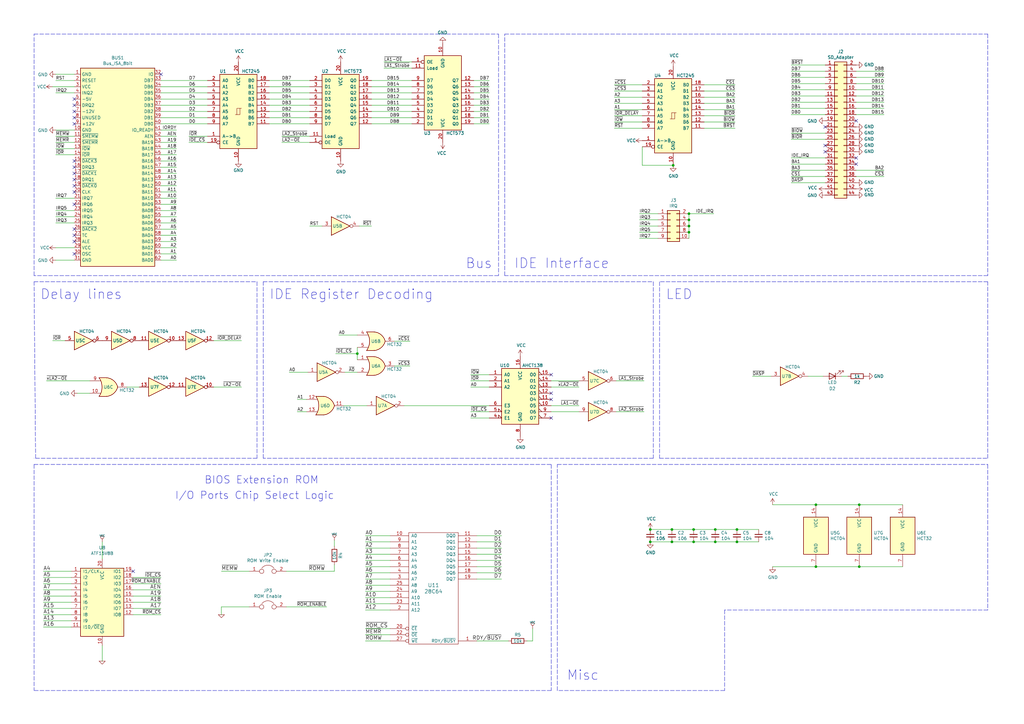
<source format=kicad_sch>
(kicad_sch (version 20211123) (generator eeschema)
  (paper "A3")
  (title_block (title "Micro XTSD") (date "2022-01-09") (rev "1.0") (company "Aitor Gómez García (spark2k06)") (comment 3 "https://github.com/monotech/XT-IDE-Deluxe") (comment 4 "Based on Monotech PCs XT-IDE Deluxe"))
  (junction (at 284.48 222.25))
  (junction (at 282.575 87.63))
  (junction (at 352.425 232.41))
  (junction (at 275.59 217.17))
  (junction (at 302.26 222.25))
  (junction (at 282.575 90.17))
  (junction (at 146.558 145.034))
  (junction (at 334.645 232.41))
  (junction (at 282.575 95.25))
  (junction (at 293.37 217.17))
  (junction (at 302.26 217.17))
  (junction (at 282.575 92.71))
  (junction (at 266.7 222.25))
  (junction (at 275.59 222.25))
  (junction (at 276.098 67.818))
  (junction (at 352.425 207.01))
  (junction (at 284.48 217.17))
  (junction (at 266.7 217.17))
  (junction (at 293.37 222.25))
  (junction (at 334.645 207.01))
  (no_connect (at 30.48 43.18))
  (no_connect (at 226.06 153.67))
  (no_connect (at 30.48 68.58))
  (no_connect (at 30.48 50.8))
  (no_connect (at 30.48 48.26))
  (no_connect (at 30.48 71.12))
  (no_connect (at 54.61 234.315))
  (no_connect (at 226.06 161.29))
  (no_connect (at 226.06 171.45))
  (no_connect (at 66.04 30.48))
  (no_connect (at 30.48 78.74))
  (no_connect (at 351.155 49.53))
  (no_connect (at 338.455 52.07))
  (no_connect (at 30.48 40.64))
  (no_connect (at 30.48 66.04))
  (no_connect (at 226.06 163.83))
  (no_connect (at 351.155 67.31))
  (no_connect (at 338.455 59.69))
  (no_connect (at 338.455 62.23))
  (no_connect (at 30.48 73.66))
  (no_connect (at 30.48 99.06))
  (no_connect (at 30.48 104.14))
  (no_connect (at 30.48 76.2))
  (no_connect (at 30.48 45.72))
  (no_connect (at 30.48 93.98))
  (no_connect (at 30.48 96.52))
  (no_connect (at 30.48 83.82))
  (no_connect (at 351.155 64.77))
  (wire (pts (xy 324.485 69.85) (xy 338.455 69.85)))
  (wire (pts (xy 29.21 236.855) (xy 17.78 236.855)))
  (wire (pts (xy 338.455 26.67) (xy 324.485 26.67)))
  (wire (pts (xy 324.485 72.39) (xy 338.455 72.39)))
  (wire (pts (xy 282.575 97.79) (xy 282.575 95.25)))
  (polyline (pts (xy 186.69 187.96) (xy 107.95 187.96)))
  (wire (pts (xy 195.58 222.25) (xy 205.74 222.25)))
  (wire (pts (xy 351.155 69.85) (xy 362.585 69.85)))
  (wire (pts (xy 195.58 227.33) (xy 205.74 227.33)))
  (polyline (pts (xy 14.605 187.96) (xy 13.97 115.57)))
  (wire (pts (xy 99.06 158.75) (xy 87.63 158.75)))
  (wire (pts (xy 54.61 239.395) (xy 66.04 239.395)))
  (wire (pts (xy 168.91 27.94) (xy 157.48 27.94)))
  (polyline (pts (xy 105.41 115.57) (xy 105.41 187.96)))
  (wire (pts (xy 200.66 168.91) (xy 193.04 168.91)))
  (wire (pts (xy 29.21 241.935) (xy 17.78 241.935)))
  (wire (pts (xy 316.865 232.41) (xy 334.645 232.41)))
  (wire (pts (xy 331.47 154.305) (xy 337.566 154.305)))
  (wire (pts (xy 288.798 42.418) (xy 301.498 42.418)))
  (wire (pts (xy 146.558 145.034) (xy 137.668 145.034)))
  (wire (pts (xy 288.798 52.578) (xy 301.498 52.578)))
  (wire (pts (xy 160.02 222.25) (xy 149.86 222.25)))
  (wire (pts (xy 110.49 38.1) (xy 127 38.1)))
  (polyline (pts (xy 13.97 113.03) (xy 13.97 13.97)))
  (polyline (pts (xy 107.95 187.96) (xy 107.95 115.57)))
  (wire (pts (xy 160.02 229.87) (xy 149.86 229.87)))
  (wire (pts (xy 30.48 91.44) (xy 22.86 91.44)))
  (wire (pts (xy 200.66 171.45) (xy 193.04 171.45)))
  (wire (pts (xy 262.255 97.79) (xy 269.875 97.79)))
  (wire (pts (xy 160.02 227.33) (xy 149.86 227.33)))
  (wire (pts (xy 338.455 67.31) (xy 324.485 67.31)))
  (wire (pts (xy 352.425 207.01) (xy 370.205 207.01)))
  (wire (pts (xy 160.02 262.89) (xy 149.86 262.89)))
  (wire (pts (xy 29.21 247.015) (xy 17.78 247.015)))
  (wire (pts (xy 168.91 48.26) (xy 152.4 48.26)))
  (polyline (pts (xy 13.97 115.57) (xy 105.41 115.57)))
  (wire (pts (xy 54.61 244.475) (xy 66.04 244.475)))
  (wire (pts (xy 66.04 91.44) (xy 72.39 91.44)))
  (wire (pts (xy 362.585 72.39) (xy 351.155 72.39)))
  (wire (pts (xy 160.02 257.81) (xy 149.86 257.81)))
  (wire (pts (xy 85.09 43.18) (xy 66.04 43.18)))
  (wire (pts (xy 288.798 39.878) (xy 301.498 39.878)))
  (wire (pts (xy 160.02 260.35) (xy 149.86 260.35)))
  (wire (pts (xy 110.49 50.8) (xy 127 50.8)))
  (wire (pts (xy 251.968 39.878) (xy 263.398 39.878)))
  (wire (pts (xy 194.31 33.02) (xy 200.66 33.02)))
  (wire (pts (xy 22.86 53.34) (xy 30.48 53.34)))
  (wire (pts (xy 140.97 166.37) (xy 150.495 166.37)))
  (wire (pts (xy 345.186 154.305) (xy 347.726 154.305)))
  (wire (pts (xy 30.48 58.42) (xy 22.86 58.42)))
  (wire (pts (xy 66.04 76.2) (xy 72.39 76.2)))
  (wire (pts (xy 362.585 46.99) (xy 351.155 46.99)))
  (wire (pts (xy 110.49 35.56) (xy 127 35.56)))
  (polyline (pts (xy 405.13 115.57) (xy 270.51 115.57)))
  (wire (pts (xy 288.798 47.498) (xy 301.498 47.498)))
  (wire (pts (xy 66.04 50.8) (xy 85.09 50.8)))
  (wire (pts (xy 362.585 34.29) (xy 351.155 34.29)))
  (wire (pts (xy 218.44 262.89) (xy 218.44 257.81)))
  (wire (pts (xy 127 58.42) (xy 115.57 58.42)))
  (wire (pts (xy 66.04 63.5) (xy 72.39 63.5)))
  (wire (pts (xy 226.06 168.91) (xy 237.49 168.91)))
  (wire (pts (xy 30.48 88.9) (xy 22.86 88.9)))
  (wire (pts (xy 301.498 34.798) (xy 288.798 34.798)))
  (wire (pts (xy 30.48 86.36) (xy 22.86 86.36)))
  (wire (pts (xy 125.73 168.91) (xy 121.92 168.91)))
  (wire (pts (xy 282.575 92.71) (xy 282.575 90.17)))
  (polyline (pts (xy 297.18 283.21) (xy 228.6 283.21)))
  (wire (pts (xy 168.91 43.18) (xy 152.4 43.18)))
  (polyline (pts (xy 267.97 115.57) (xy 267.97 187.96)))
  (wire (pts (xy 160.02 224.79) (xy 149.86 224.79)))
  (wire (pts (xy 284.48 217.17) (xy 293.37 217.17)))
  (wire (pts (xy 146.558 147.574) (xy 146.558 145.034)))
  (wire (pts (xy 66.04 68.58) (xy 72.39 68.58)))
  (wire (pts (xy 168.91 25.4) (xy 157.48 25.4)))
  (wire (pts (xy 302.26 217.17) (xy 311.15 217.17)))
  (wire (pts (xy 334.645 232.41) (xy 352.425 232.41)))
  (wire (pts (xy 288.798 50.038) (xy 301.498 50.038)))
  (wire (pts (xy 117.475 248.92) (xy 133.985 248.92)))
  (wire (pts (xy 30.48 30.48) (xy 22.86 30.48)))
  (wire (pts (xy 165.735 166.37) (xy 200.66 166.37)))
  (wire (pts (xy 352.425 232.41) (xy 370.205 232.41)))
  (wire (pts (xy 66.04 101.6) (xy 72.39 101.6)))
  (wire (pts (xy 161.798 150.114) (xy 168.148 150.114)))
  (wire (pts (xy 161.798 139.954) (xy 168.148 139.954)))
  (wire (pts (xy 324.485 36.83) (xy 338.455 36.83)))
  (polyline (pts (xy 270.51 187.96) (xy 405.13 187.96)))
  (wire (pts (xy 200.66 45.72) (xy 194.31 45.72)))
  (wire (pts (xy 137.16 221.615) (xy 137.16 224.028)))
  (wire (pts (xy 87.63 139.7) (xy 99.06 139.7)))
  (wire (pts (xy 66.04 40.64) (xy 85.09 40.64)))
  (wire (pts (xy 41.91 264.795) (xy 41.91 271.145)))
  (wire (pts (xy 362.585 31.75) (xy 351.155 31.75)))
  (wire (pts (xy 251.968 42.418) (xy 263.398 42.418)))
  (wire (pts (xy 152.4 92.71) (xy 147.32 92.71)))
  (wire (pts (xy 29.21 249.555) (xy 17.78 249.555)))
  (wire (pts (xy 19.05 156.21) (xy 36.83 156.21)))
  (wire (pts (xy 200.66 35.56) (xy 194.31 35.56)))
  (wire (pts (xy 66.04 83.82) (xy 72.39 83.82)))
  (wire (pts (xy 262.255 95.25) (xy 269.875 95.25)))
  (wire (pts (xy 195.58 219.71) (xy 205.74 219.71)))
  (wire (pts (xy 30.48 81.28) (xy 22.86 81.28)))
  (wire (pts (xy 66.04 106.68) (xy 72.39 106.68)))
  (wire (pts (xy 31.75 161.29) (xy 36.83 161.29)))
  (wire (pts (xy 160.02 247.65) (xy 149.86 247.65)))
  (wire (pts (xy 168.91 38.1) (xy 152.4 38.1)))
  (wire (pts (xy 29.21 239.395) (xy 17.78 239.395)))
  (wire (pts (xy 52.07 158.75) (xy 57.15 158.75)))
  (wire (pts (xy 66.04 55.88) (xy 72.39 55.88)))
  (wire (pts (xy 152.4 40.64) (xy 168.91 40.64)))
  (wire (pts (xy 338.455 54.61) (xy 324.485 54.61)))
  (polyline (pts (xy 270.51 115.57) (xy 270.51 187.96)))
  (wire (pts (xy 30.48 63.5) (xy 22.86 63.5)))
  (polyline (pts (xy 228.6 283.21) (xy 228.6 190.5)))
  (wire (pts (xy 263.398 67.818) (xy 263.398 60.198)))
  (polyline (pts (xy 13.97 13.97) (xy 204.47 13.97)))
  (wire (pts (xy 66.04 38.1) (xy 85.09 38.1)))
  (wire (pts (xy 195.58 229.87) (xy 205.74 229.87)))
  (wire (pts (xy 146.558 142.494) (xy 146.558 145.034)))
  (wire (pts (xy 127 92.71) (xy 132.08 92.71)))
  (wire (pts (xy 338.455 64.77) (xy 324.485 64.77)))
  (wire (pts (xy 263.398 44.958) (xy 251.968 44.958)))
  (wire (pts (xy 152.4 50.8) (xy 168.91 50.8)))
  (wire (pts (xy 302.26 222.25) (xy 311.15 222.25)))
  (polyline (pts (xy 13.97 190.5) (xy 13.97 283.21)))
  (wire (pts (xy 262.255 90.17) (xy 269.875 90.17)))
  (wire (pts (xy 362.585 36.83) (xy 351.155 36.83)))
  (wire (pts (xy 168.91 33.02) (xy 152.4 33.02)))
  (wire (pts (xy 362.585 44.45) (xy 351.155 44.45)))
  (polyline (pts (xy 13.97 190.5) (xy 226.06 190.5)))
  (wire (pts (xy 54.61 241.935) (xy 66.04 241.935)))
  (wire (pts (xy 262.255 92.71) (xy 269.875 92.71)))
  (wire (pts (xy 324.485 31.75) (xy 338.455 31.75)))
  (wire (pts (xy 338.455 39.37) (xy 324.485 39.37)))
  (wire (pts (xy 54.61 236.855) (xy 66.04 236.855)))
  (polyline (pts (xy 405.13 187.96) (xy 405.13 115.57)))
  (wire (pts (xy 269.875 87.63) (xy 262.255 87.63)))
  (wire (pts (xy 200.66 48.26) (xy 194.31 48.26)))
  (wire (pts (xy 29.21 254.635) (xy 17.78 254.635)))
  (wire (pts (xy 252.73 168.91) (xy 264.16 168.91)))
  (wire (pts (xy 351.155 39.37) (xy 362.585 39.37)))
  (wire (pts (xy 110.49 45.72) (xy 127 45.72)))
  (wire (pts (xy 282.575 95.25) (xy 282.575 92.71)))
  (wire (pts (xy 127 33.02) (xy 110.49 33.02)))
  (wire (pts (xy 160.02 242.57) (xy 149.86 242.57)))
  (wire (pts (xy 293.37 217.17) (xy 302.26 217.17)))
  (wire (pts (xy 66.04 73.66) (xy 72.39 73.66)))
  (wire (pts (xy 66.04 58.42) (xy 72.39 58.42)))
  (wire (pts (xy 66.04 93.98) (xy 72.39 93.98)))
  (wire (pts (xy 276.098 67.818) (xy 263.398 67.818)))
  (wire (pts (xy 275.59 222.25) (xy 266.7 222.25)))
  (wire (pts (xy 21.59 139.7) (xy 26.67 139.7)))
  (wire (pts (xy 66.04 53.34) (xy 72.39 53.34)))
  (polyline (pts (xy 405.13 113.03) (xy 207.01 113.03)))
  (wire (pts (xy 263.398 34.798) (xy 251.968 34.798)))
  (wire (pts (xy 252.73 156.21) (xy 264.16 156.21)))
  (wire (pts (xy 30.48 55.88) (xy 22.86 55.88)))
  (polyline (pts (xy 204.47 13.97) (xy 204.47 113.03)))
  (wire (pts (xy 146.558 137.414) (xy 138.938 137.414)))
  (wire (pts (xy 66.04 86.36) (xy 72.39 86.36)))
  (wire (pts (xy 160.02 232.41) (xy 149.86 232.41)))
  (polyline (pts (xy 207.01 13.97) (xy 405.13 13.97)))
  (wire (pts (xy 324.485 44.45) (xy 338.455 44.45)))
  (wire (pts (xy 66.04 60.96) (xy 72.39 60.96)))
  (wire (pts (xy 29.21 257.175) (xy 17.78 257.175)))
  (wire (pts (xy 30.48 60.96) (xy 22.86 60.96)))
  (wire (pts (xy 160.02 250.19) (xy 149.86 250.19)))
  (wire (pts (xy 66.04 99.06) (xy 72.39 99.06)))
  (wire (pts (xy 66.04 81.28) (xy 72.39 81.28)))
  (polyline (pts (xy 228.6 190.5) (xy 405.13 190.5)))
  (wire (pts (xy 66.04 71.12) (xy 72.39 71.12)))
  (wire (pts (xy 237.49 156.21) (xy 226.06 156.21)))
  (wire (pts (xy 85.09 55.88) (xy 77.47 55.88)))
  (wire (pts (xy 102.235 234.315) (xy 90.805 234.315)))
  (wire (pts (xy 66.04 78.74) (xy 72.39 78.74)))
  (wire (pts (xy 168.91 35.56) (xy 152.4 35.56)))
  (wire (pts (xy 284.48 222.25) (xy 293.37 222.25)))
  (wire (pts (xy 160.02 219.71) (xy 149.86 219.71)))
  (wire (pts (xy 251.968 50.038) (xy 263.398 50.038)))
  (wire (pts (xy 117.475 234.315) (xy 137.16 234.315)))
  (wire (pts (xy 160.02 240.03) (xy 149.86 240.03)))
  (wire (pts (xy 362.585 41.91) (xy 351.155 41.91)))
  (wire (pts (xy 30.48 106.68) (xy 22.86 106.68)))
  (wire (pts (xy 21.59 35.56) (xy 30.48 35.56)))
  (wire (pts (xy 90.805 252.095) (xy 90.805 248.92)))
  (wire (pts (xy 200.66 40.64) (xy 194.31 40.64)))
  (wire (pts (xy 66.04 88.9) (xy 72.39 88.9)))
  (wire (pts (xy 226.06 166.37) (xy 237.49 166.37)))
  (wire (pts (xy 66.04 96.52) (xy 72.39 96.52)))
  (wire (pts (xy 125.73 163.83) (xy 121.92 163.83)))
  (wire (pts (xy 301.498 44.958) (xy 288.798 44.958)))
  (wire (pts (xy 251.968 52.578) (xy 263.398 52.578)))
  (wire (pts (xy 54.61 249.555) (xy 66.04 249.555)))
  (wire (pts (xy 54.61 247.015) (xy 66.04 247.015)))
  (wire (pts (xy 195.58 262.89) (xy 208.534 262.89)))
  (wire (pts (xy 324.485 46.99) (xy 338.455 46.99)))
  (wire (pts (xy 127 43.18) (xy 110.49 43.18)))
  (wire (pts (xy 66.04 35.56) (xy 85.09 35.56)))
  (polyline (pts (xy 405.13 250.19) (xy 297.18 250.19)))
  (wire (pts (xy 85.09 58.42) (xy 77.47 58.42)))
  (wire (pts (xy 160.02 245.11) (xy 149.86 245.11)))
  (wire (pts (xy 160.02 234.95) (xy 149.86 234.95)))
  (wire (pts (xy 200.66 156.21) (xy 193.04 156.21)))
  (wire (pts (xy 66.04 48.26) (xy 85.09 48.26)))
  (wire (pts (xy 110.49 48.26) (xy 127 48.26)))
  (wire (pts (xy 102.235 248.92) (xy 90.805 248.92)))
  (wire (pts (xy 338.455 57.15) (xy 324.485 57.15)))
  (wire (pts (xy 66.04 104.14) (xy 72.39 104.14)))
  (wire (pts (xy 118.618 152.654) (xy 126.238 152.654)))
  (wire (pts (xy 195.58 234.95) (xy 205.74 234.95)))
  (wire (pts (xy 29.21 244.475) (xy 17.78 244.475)))
  (wire (pts (xy 22.86 101.6) (xy 30.48 101.6)))
  (wire (pts (xy 275.59 217.17) (xy 284.48 217.17)))
  (wire (pts (xy 195.58 237.49) (xy 205.74 237.49)))
  (wire (pts (xy 316.865 207.01) (xy 334.645 207.01)))
  (wire (pts (xy 282.575 87.63) (xy 292.735 87.63)))
  (wire (pts (xy 160.02 237.49) (xy 149.86 237.49)))
  (wire (pts (xy 66.04 66.04) (xy 72.39 66.04)))
  (wire (pts (xy 54.61 252.095) (xy 66.04 252.095)))
  (polyline (pts (xy 207.01 113.03) (xy 207.01 13.97)))
  (wire (pts (xy 41.91 229.235) (xy 41.91 222.25)))
  (wire (pts (xy 226.06 158.75) (xy 237.49 158.75)))
  (wire (pts (xy 30.48 38.1) (xy 22.86 38.1)))
  (wire (pts (xy 127 55.88) (xy 115.57 55.88)))
  (wire (pts (xy 168.91 45.72) (xy 152.4 45.72)))
  (wire (pts (xy 29.21 252.095) (xy 17.78 252.095)))
  (wire (pts (xy 334.645 207.01) (xy 352.425 207.01)))
  (wire (pts (xy 200.66 38.1) (xy 194.31 38.1)))
  (wire (pts (xy 293.37 222.25) (xy 302.26 222.25)))
  (polyline (pts (xy 267.97 187.96) (xy 186.69 187.96)))
  (polyline (pts (xy 105.41 187.96) (xy 13.97 187.96)))
  (wire (pts (xy 282.575 90.17) (xy 282.575 87.63)))
  (wire (pts (xy 141.478 152.654) (xy 146.558 152.654)))
  (polyline (pts (xy 204.47 113.03) (xy 13.97 113.03)))
  (wire (pts (xy 195.58 232.41) (xy 205.74 232.41)))
  (wire (pts (xy 200.66 153.67) (xy 193.04 153.67)))
  (wire (pts (xy 110.49 40.64) (xy 127 40.64)))
  (wire (pts (xy 200.66 158.75) (xy 193.04 158.75)))
  (wire (pts (xy 324.485 74.93) (xy 338.455 74.93)))
  (wire (pts (xy 194.31 43.18) (xy 200.66 43.18)))
  (wire (pts (xy 137.16 231.648) (xy 137.16 234.315)))
  (wire (pts (xy 66.04 45.72) (xy 85.09 45.72)))
  (wire (pts (xy 351.155 29.21) (xy 362.585 29.21)))
  (wire (pts (xy 288.798 37.338) (xy 301.498 37.338)))
  (wire (pts (xy 275.59 222.25) (xy 284.48 222.25)))
  (polyline (pts (xy 405.13 190.5) (xy 405.13 250.19)))
  (wire (pts (xy 251.968 37.338) (xy 263.398 37.338)))
  (wire (pts (xy 85.09 33.02) (xy 66.04 33.02)))
  (wire (pts (xy 195.58 224.79) (xy 205.74 224.79)))
  (wire (pts (xy 29.21 234.315) (xy 17.78 234.315)))
  (wire (pts (xy 324.485 34.29) (xy 338.455 34.29)))
  (wire (pts (xy 200.66 50.8) (xy 194.31 50.8)))
  (wire (pts (xy 266.7 217.17) (xy 275.59 217.17)))
  (polyline (pts (xy 107.95 115.57) (xy 267.97 115.57)))
  (polyline (pts (xy 297.18 250.19) (xy 297.18 283.21)))
  (polyline (pts (xy 405.13 13.97) (xy 405.13 113.03)))
  (wire (pts (xy 216.154 262.89) (xy 218.44 262.89)))
  (wire (pts (xy 30.48 33.02) (xy 22.86 33.02)))
  (polyline (pts (xy 226.06 190.5) (xy 226.06 283.21)))
  (wire (pts (xy 338.455 29.21) (xy 324.485 29.21)))
  (polyline (pts (xy 226.06 283.21) (xy 13.97 283.21)))
  (wire (pts (xy 308.61 154.305) (xy 316.23 154.305)))
  (wire (pts (xy 251.968 47.498) (xy 263.398 47.498)))
  (wire (pts (xy 324.485 41.91) (xy 338.455 41.91)))
  (text "Delay lines" (at 16.51 123.19 0) (effects (font (size 3.9878 3.9878)) (justify left bottom)))
  (text "IDE Interface" (at 210.82 110.49 0) (effects (font (size 3.9878 3.9878)) (justify left bottom)))
  (text "BIOS Extension ROM" (at 83.82 198.755 0) (effects (font (size 3.048 3.048)) (justify left bottom)))
  (text "LED" (at 273.05 123.19 0) (effects (font (size 3.9878 3.9878)) (justify left bottom)))
  (text "IDE Register Decoding" (at 110.49 123.19 0) (effects (font (size 3.9878 3.9878)) (justify left bottom)))
  (text "I/O Ports Chip Select Logic" (at 71.755 205.105 0) (effects (font (size 3.048 3.048)) (justify left bottom)))
  (text "Misc" (at 232.41 279.4 0) (effects (font (size 3.9878 3.9878)) (justify left bottom)))
  (text "Bus" (at 201.93 110.49 180) (effects (font (size 3.9878 3.9878)) (justify right bottom)))
  (label "A11" (at 72.39 78.74 180))
  (label "~{IDE_CS}" (at 137.668 145.034 0))
  (label "D6" (at 77.47 35.56 0))
  (label "~{BIOW}" (at 324.485 54.61 0))
  (label "~{CS3}" (at 301.498 37.338 180))
  (label "AEN" (at 72.39 55.88 180))
  (label "DB6" (at 200.66 35.56 180))
  (label "DB4" (at 324.485 36.83 0))
  (label "BA3" (at 301.498 42.418 180))
  (label "A10" (at 149.86 245.11 0) (effects (font (size 1.524 1.524))))
  (label "A1" (at 121.92 163.83 0))
  (label "DB3" (at 115.57 43.18 0))
  (label "DB2" (at 324.485 41.91 0))
  (label "IRQ5" (at 262.255 95.25 0))
  (label "A14" (at 17.78 252.095 0) (effects (font (size 1.524 1.524))))
  (label "~{BIOR}" (at 324.485 57.15 0))
  (label "DB10" (at 362.585 34.29 180))
  (label "~{xCS1}" (at 168.148 139.954 180))
  (label "A5" (at 149.86 232.41 0) (effects (font (size 1.524 1.524))))
  (label "DB10" (at 163.83 45.72 180))
  (label "DB0" (at 200.66 50.8 180))
  (label "~{ROM_ENABLE}" (at 66.04 239.395 180))
  (label "RST" (at 22.86 33.02 0))
  (label "DB15" (at 163.83 33.02 180))
  (label "A2" (at 121.92 168.91 0))
  (label "A19" (at 72.39 58.42 180))
  (label "~{xCS3}" (at 168.148 150.114 180))
  (label "~{IDE_CS}" (at 77.47 58.42 0))
  (label "A15" (at 17.78 249.555 0) (effects (font (size 1.524 1.524))))
  (label "A15" (at 72.39 68.58 180))
  (label "IDE_IRQ" (at 324.485 64.77 0))
  (label "~{LA2_Strobe}" (at 264.16 168.91 180))
  (label "DB1" (at 324.485 44.45 0))
  (label "A17" (at 66.04 249.555 180) (effects (font (size 1.524 1.524))))
  (label "IRQ2" (at 22.86 38.1 0))
  (label "~{ROMW}" (at 133.35 234.315 180) (effects (font (size 1.524 1.524))))
  (label "A13" (at 72.39 73.66 180))
  (label "~{DASP}" (at 324.485 74.93 0))
  (label "~{LA2-OE}" (at 115.57 58.42 0))
  (label "A14" (at 72.39 71.12 180))
  (label "A8" (at 17.78 244.475 0) (effects (font (size 1.524 1.524))))
  (label "DB7" (at 324.485 29.21 0))
  (label "~{LA1-OE}" (at 237.49 166.37 180))
  (label "~{xCS1}" (at 251.968 34.798 0))
  (label "IRQ7" (at 262.255 97.79 0))
  (label "A1" (at 72.39 104.14 180))
  (label "DB13" (at 163.83 38.1 180))
  (label "A3" (at 193.04 171.45 0))
  (label "D5" (at 77.47 38.1 0))
  (label "DB3" (at 324.485 39.37 0))
  (label "~{IOR}" (at 77.47 55.88 0))
  (label "~{ROM_CS}" (at 66.04 252.095 180))
  (label "D7" (at 205.74 237.49 180) (effects (font (size 1.524 1.524))))
  (label "DB5" (at 200.66 38.1 180))
  (label "A13" (at 17.78 254.635 0) (effects (font (size 1.524 1.524))))
  (label "A16" (at 72.39 66.04 180))
  (label "D7" (at 77.47 33.02 0))
  (label "IRQ2" (at 262.255 87.63 0))
  (label "~{IOR}" (at 21.59 139.7 0))
  (label "~{IOW}" (at 22.86 60.96 0))
  (label "DB6" (at 324.485 31.75 0))
  (label "DB5" (at 115.57 38.1 0))
  (label "~{MEMR}" (at 149.86 260.35 0) (effects (font (size 1.524 1.524))))
  (label "BA2" (at 301.498 39.878 180))
  (label "~{MEMW}" (at 90.805 234.315 0) (effects (font (size 1.524 1.524))))
  (label "D1" (at 77.47 48.26 0))
  (label "DB9" (at 163.83 48.26 180))
  (label "DB14" (at 362.585 44.45 180))
  (label "D1" (at 205.74 222.25 180) (effects (font (size 1.524 1.524))))
  (label "~{LA1_Strobe}" (at 264.16 156.21 180))
  (label "A9" (at 72.39 83.82 180))
  (label "A4" (at 149.86 229.87 0) (effects (font (size 1.524 1.524))))
  (label "DB0" (at 115.57 50.8 0))
  (label "A3" (at 251.968 42.418 0))
  (label "DB2" (at 115.57 45.72 0))
  (label "~{LA1_Strobe}" (at 157.48 27.94 0))
  (label "D4" (at 205.74 229.87 180) (effects (font (size 1.524 1.524))))
  (label "RDY/~{BUSY}" (at 205.74 262.89 180) (effects (font (size 1.524 1.524))))
  (label "~{DASP}" (at 308.61 154.305 0))
  (label "DB15" (at 362.585 46.99 180))
  (label "DB13" (at 362.585 41.91 180))
  (label "A7" (at 17.78 241.935 0) (effects (font (size 1.524 1.524))))
  (label "~{MEMR}" (at 22.86 58.42 0))
  (label "IORDY" (at 72.39 53.34 180))
  (label "~{xLA2-OE}" (at 237.49 158.75 180))
  (label "D3" (at 77.47 43.18 0))
  (label "DB12" (at 362.585 39.37 180))
  (label "D4" (at 77.47 40.64 0))
  (label "A0" (at 193.04 158.75 0))
  (label "A10" (at 72.39 81.28 180))
  (label "~{ROM_ENABLE}" (at 133.985 248.92 180))
  (label "~{ROM_CS}" (at 149.86 257.81 0) (effects (font (size 1.524 1.524))))
  (label "~{xCS3}" (at 251.968 37.338 0))
  (label "A5" (at 72.39 93.98 180))
  (label "A3" (at 72.39 99.06 180))
  (label "D5" (at 205.74 232.41 180) (effects (font (size 1.524 1.524))))
  (label "D2" (at 77.47 45.72 0))
  (label "A7" (at 149.86 237.49 0) (effects (font (size 1.524 1.524))))
  (label "IRQ5" (at 22.86 86.36 0))
  (label "~{IOR}" (at 193.04 156.21 0))
  (label "A1" (at 251.968 44.958 0))
  (label "DB12" (at 163.83 40.64 180))
  (label "A1" (at 149.86 222.25 0) (effects (font (size 1.524 1.524))))
  (label "A7" (at 72.39 88.9 180))
  (label "DB8" (at 362.585 29.21 180))
  (label "A0" (at 72.39 106.68 180))
  (label "BA3" (at 324.485 69.85 0))
  (label "A12" (at 72.39 76.2 180))
  (label "D3" (at 205.74 227.33 180) (effects (font (size 1.524 1.524))))
  (label "A2" (at 72.39 101.6 180))
  (label "IRQ4" (at 22.86 88.9 0))
  (label "~{IOW}" (at 193.04 153.67 0))
  (label "DB9" (at 362.585 31.75 180))
  (label "DB4" (at 115.57 40.64 0))
  (label "IRQ3" (at 22.86 91.44 0))
  (label "~{LA1-OE}" (at 157.48 25.4 0))
  (label "A9" (at 149.86 242.57 0) (effects (font (size 1.524 1.524))))
  (label "~{RST}" (at 251.968 52.578 0))
  (label "A18" (at 66.04 247.015 180) (effects (font (size 1.524 1.524))))
  (label "~{A0}" (at 143.0123 152.654 0))
  (label "A17" (at 72.39 63.5 180))
  (label "D6" (at 205.74 234.95 180) (effects (font (size 1.524 1.524))))
  (label "DB1" (at 200.66 48.26 180))
  (label "D2" (at 205.74 224.79 180) (effects (font (size 1.524 1.524))))
  (label "A3" (at 149.86 227.33 0) (effects (font (size 1.524 1.524))))
  (label "DB7" (at 200.66 33.02 180))
  (label "A11" (at 149.86 247.65 0) (effects (font (size 1.524 1.524))))
  (label "AEN" (at 66.04 241.935 180) (effects (font (size 1.524 1.524))))
  (label "A0" (at 118.618 152.654 0))
  (label "DB14" (at 163.83 35.56 180))
  (label "~{IDE_CS}" (at 193.04 168.91 0))
  (label "IDE_IRQ" (at 292.735 87.63 180))
  (label "RST" (at 127 92.71 0))
  (label "A8" (at 72.39 86.36 180))
  (label "DB8" (at 163.83 50.8 180))
  (label "~{LA2_Strobe}" (at 115.57 55.88 0))
  (label "A8" (at 149.86 240.03 0) (effects (font (size 1.524 1.524))))
  (label "~{IOW}" (at 251.968 50.038 0))
  (label "~{CS3}" (at 362.585 72.39 180))
  (label "~{BRST}" (at 324.485 26.67 0))
  (label "IRQ3" (at 262.255 90.17 0))
  (label "~{IOR}" (at 22.86 63.5 0))
  (label "A4" (at 17.78 234.315 0) (effects (font (size 1.524 1.524))))
  (label "~{IOR_DELAY}" (at 99.06 139.7 180))
  (label "~{ROMW}" (at 149.86 262.89 0) (effects (font (size 1.524 1.524))))
  (label "A5" (at 17.78 236.855 0) (effects (font (size 1.524 1.524))))
  (label "A6" (at 17.78 239.395 0) (effects (font (size 1.524 1.524))))
  (label "DB4" (at 200.66 40.64 180))
  (label "~{BIOW}" (at 301.498 50.038 180))
  (label "~{CS1}" (at 324.485 72.39 0))
  (label "DB5" (at 324.485 34.29 0))
  (label "A4" (at 72.39 96.52 180))
  (label "~{MEMW}" (at 22.86 55.88 0))
  (label "~{IDE_CS}" (at 66.04 236.855 180))
  (label "D0" (at 205.74 219.71 180) (effects (font (size 1.524 1.524))))
  (label "~{CS1}" (at 301.498 34.798 180))
  (label "A18" (at 72.39 60.96 180))
  (label "~{BRST}" (at 301.498 52.578 180))
  (label "DB2" (at 200.66 45.72 180))
  (label "A0" (at 138.938 137.414 0))
  (label "~{BIOR}" (at 301.498 47.498 180))
  (label "DB11" (at 362.585 36.83 180))
  (label "A12" (at 149.86 250.19 0) (effects (font (size 1.524 1.524))))
  (label "BA2" (at 362.585 69.85 180))
  (label "A2" (at 149.86 224.79 0) (effects (font (size 1.524 1.524))))
  (label "A6" (at 149.86 234.95 0) (effects (font (size 1.524 1.524))))
  (label "IRQ4" (at 262.255 92.71 0))
  (label "A6" (at 72.39 91.44 180))
  (label "A19" (at 66.04 244.475 180) (effects (font (size 1.524 1.524))))
  (label "~{LA2-OE}" (at 99.06 158.75 180))
  (label "~{RST}" (at 152.4 92.71 180))
  (label "IRQ7" (at 22.86 81.28 0))
  (label "A16" (at 17.78 257.175 0) (effects (font (size 1.524 1.524))))
  (label "~{IOR_DELAY}" (at 251.968 47.498 0))
  (label "A2" (at 251.968 39.878 0))
  (label "BA1" (at 324.485 67.31 0))
  (label "DB1" (at 115.57 48.26 0))
  (label "A0" (at 149.86 219.71 0) (effects (font (size 1.524 1.524))))
  (label "~{xLA2-OE}" (at 19.05 156.21 0))
  (label "DB3" (at 200.66 43.18 180))
  (label "DB7" (at 115.57 33.02 0))
  (label "D0" (at 77.47 50.8 0))
  (label "A9" (at 17.78 247.015 0) (effects (font (size 1.524 1.524))))
  (label "DB6" (at 115.57 35.56 0))
  (label "DB0" (at 324.485 46.99 0))
  (label "DB11" (at 163.83 43.18 180))
  (label "BA1" (at 301.498 44.958 180))
  (symbol (lib_id "XT-IDE-Deluxe-rescue:Bus_ISA_8bit-Connector") (at 48.26 68.58 0) (unit 1)
    (property "Reference" "BUS1" (at 48.26 23.6982 0))
    (property "Value" "Bus_ISA_8bit" (at 48.26 26.0096 0))
    (property "Footprint" "Custom:ISA-8BIT-XT-IDE" (effects hide))
    (property "Datasheet" "https://en.wikipedia.org/wiki/Industry_Standard_Architecture" (effects hide))
  )
  (symbol (lib_id "74xx:74LS245") (at 97.79 45.72 0) (unit 1)
    (property "Reference" "U1" (at 91.44 29.21 0))
    (property "Value" "HCT245" (at 102.87 29.21 0))
    (property "Footprint" "Package_SO:TSSOP-20_4.4x6.5mm_P0.65mm" (effects hide))
    (property "Datasheet" "http://www.ti.com/lit/gpn/sn74LS245" (effects hide))
  )
  (symbol (lib_id "74xx:74LS245") (at 276.098 47.498 0) (unit 1)
    (property "Reference" "U4" (at 269.748 30.988 0))
    (property "Value" "HCT245" (at 281.178 30.988 0))
    (property "Footprint" "Package_SO:TSSOP-20_4.4x6.5mm_P0.65mm" (effects hide))
    (property "Datasheet" "http://www.ti.com/lit/gpn/sn74LS245" (effects hide))
  )
  (symbol (lib_id "74xx:74LS573") (at 139.7 45.72 0) (unit 1)
    (property "Reference" "U2" (at 133.35 29.21 0))
    (property "Value" "HCT573" (at 144.78 29.21 0))
    (property "Footprint" "Package_SO:SO-20_5.3x12.6mm_P1.27mm" (effects hide))
    (property "Datasheet" "74xx/74hc573.pdf" (effects hide))
  )
  (symbol (lib_id "74xx:74LS573") (at 181.61 38.1 0) (mirror x) (unit 1)
    (property "Reference" "U3" (at 175.26 54.61 0))
    (property "Value" "HCT573" (at 186.69 54.61 0))
    (property "Footprint" "Package_SO:SO-20_5.3x12.6mm_P1.27mm" (effects hide))
    (property "Datasheet" "74xx/74hc573.pdf" (effects hide))
  )
  (symbol (lib_id "74xx:74LS138") (at 213.36 161.29 0) (unit 1)
    (property "Reference" "U10" (at 207.01 149.86 0))
    (property "Value" "AHCT138" (at 218.44 149.86 0))
    (property "Footprint" "Package_SO:SOIC-16_3.9x9.9mm_P1.27mm" (effects hide))
    (property "Datasheet" "http://www.ti.com/lit/gpn/sn74LS138" (effects hide))
  )
  (symbol (lib_id "74xx:74LS32") (at 154.178 150.114 0) (unit 1)
    (property "Reference" "U6" (at 154.178 150.114 0))
    (property "Value" "HCT32" (at 161.798 151.384 0))
    (property "Footprint" "Package_SO:SOIC-14_3.9x8.7mm_P1.27mm" (effects hide))
    (property "Datasheet" "http://www.ti.com/lit/gpn/sn74LS32" (effects hide))
  )
  (symbol (lib_id "74xx:74LS32") (at 154.178 139.954 0) (unit 2)
    (property "Reference" "U6" (at 154.178 139.954 0))
    (property "Value" "HCT32" (at 161.798 141.224 0))
    (property "Footprint" "Package_SO:SOIC-14_3.9x8.7mm_P1.27mm" (effects hide))
    (property "Datasheet" "http://www.ti.com/lit/gpn/sn74LS32" (effects hide))
  )
  (symbol (lib_id "74xx:74LS04") (at 133.858 152.654 0) (unit 1)
    (property "Reference" "U5" (at 132.588 152.654 0))
    (property "Value" "HCT04" (at 135.128 148.844 0))
    (property "Footprint" "Package_SO:SOIC-14_3.9x8.7mm_P1.27mm" (effects hide))
    (property "Datasheet" "http://www.ti.com/lit/gpn/sn74LS04" (effects hide))
  )
  (symbol (lib_id "74xx:74LS04") (at 139.7 92.71 0) (unit 2)
    (property "Reference" "U5" (at 138.43 92.71 0))
    (property "Value" "HCT04" (at 140.97 88.9 0))
    (property "Footprint" "Package_SO:SOIC-14_3.9x8.7mm_P1.27mm" (effects hide))
    (property "Datasheet" "http://www.ti.com/lit/gpn/sn74LS04" (effects hide))
  )
  (symbol (lib_id "74xx:74LS04") (at 245.11 156.21 0) (unit 3)
    (property "Reference" "U7" (at 243.84 156.21 0))
    (property "Value" "HCT04" (at 246.38 152.4 0))
    (property "Footprint" "Package_SO:SOIC-14_3.9x8.7mm_P1.27mm" (effects hide))
    (property "Datasheet" "http://www.ti.com/lit/gpn/sn74LS04" (effects hide))
  )
  (symbol (lib_id "74xx:74LS04") (at 245.11 168.91 0) (unit 4)
    (property "Reference" "U7" (at 243.84 168.91 0))
    (property "Value" "HCT04" (at 246.38 165.1 0))
    (property "Footprint" "Package_SO:SOIC-14_3.9x8.7mm_P1.27mm" (effects hide))
    (property "Datasheet" "http://www.ti.com/lit/gpn/sn74LS04" (effects hide))
  )
  (symbol (lib_id "74xx:74LS04") (at 80.01 158.75 0) (unit 5)
    (property "Reference" "U7" (at 78.74 158.75 0))
    (property "Value" "HCT04" (at 81.28 154.94 0))
    (property "Footprint" "Package_SO:SOIC-14_3.9x8.7mm_P1.27mm" (effects hide))
    (property "Datasheet" "http://www.ti.com/lit/gpn/sn74LS04" (effects hide))
  )
  (symbol (lib_id "74xx:74LS04") (at 64.77 158.75 0) (unit 6)
    (property "Reference" "U7" (at 63.5 158.75 0))
    (property "Value" "HCT04" (at 66.04 154.94 0))
    (property "Footprint" "Package_SO:SOIC-14_3.9x8.7mm_P1.27mm" (effects hide))
    (property "Datasheet" "http://www.ti.com/lit/gpn/sn74LS04" (effects hide))
  )
  (symbol (lib_id "74xx:74LS04") (at 334.645 219.71 0) (unit 7)
    (property "Reference" "U5" (at 340.487 218.5416 0) (effects (justify left)))
    (property "Value" "HCT04" (at 340.487 220.853 0) (effects (justify left)))
    (property "Footprint" "Package_SO:SOIC-14_3.9x8.7mm_P1.27mm" (effects hide))
    (property "Datasheet" "http://www.ti.com/lit/gpn/sn74LS04" (effects hide))
  )
  (symbol (lib_id "power:GND") (at 213.36 179.07 0) (unit 1)
    (property "Reference" "#PWR038" (effects hide))
    (property "Value" "GND" (at 213.487 183.4642 0))
  )
  (symbol (lib_id "power:GND") (at 97.79 66.04 0) (unit 1)
    (property "Reference" "#PWR020" (effects hide))
    (property "Value" "GND" (at 97.79 69.85 0))
  )
  (symbol (lib_id "power:GND") (at 139.7 66.04 0) (unit 1)
    (property "Reference" "#PWR021" (effects hide))
    (property "Value" "GND" (at 139.827 70.4342 0))
  )
  (symbol (lib_id "power:GND") (at 181.61 17.78 180) (unit 1)
    (property "Reference" "#PWR022" (effects hide))
    (property "Value" "GND" (at 181.483 13.3858 0))
  )
  (symbol (lib_id "power:VCC") (at 97.79 25.4 0) (unit 1)
    (property "Reference" "#PWR01" (effects hide))
    (property "Value" "VCC" (at 98.2218 21.0058 0))
  )
  (symbol (lib_id "power:VCC") (at 139.7 25.4 0) (unit 1)
    (property "Reference" "#PWR02" (effects hide))
    (property "Value" "VCC" (at 140.1318 21.0058 0))
  )
  (symbol (lib_id "power:VCC") (at 181.61 58.42 180) (unit 1)
    (property "Reference" "#PWR03" (effects hide))
    (property "Value" "VCC" (at 181.1782 62.8142 0))
  )
  (symbol (lib_id "power:VCC") (at 213.36 146.05 0) (unit 1)
    (property "Reference" "#PWR036" (effects hide))
    (property "Value" "VCC" (at 213.7918 141.6558 0))
  )
  (symbol (lib_id "power:GND") (at 22.86 30.48 270) (unit 1)
    (property "Reference" "#PWR05" (effects hide))
    (property "Value" "GND" (at 19.6088 30.607 90) (effects (justify right)))
  )
  (symbol (lib_id "power:GND") (at 22.86 53.34 270) (unit 1)
    (property "Reference" "#PWR010" (effects hide))
    (property "Value" "GND" (at 19.6088 53.467 90) (effects (justify right)))
  )
  (symbol (lib_id "power:GND") (at 22.86 106.68 270) (unit 1)
    (property "Reference" "#PWR033" (effects hide))
    (property "Value" "GND" (at 19.6088 106.807 90) (effects (justify right)))
  )
  (symbol (lib_id "power:VCC") (at 21.59 35.56 90) (unit 1)
    (property "Reference" "#PWR08" (effects hide))
    (property "Value" "VCC" (at 19.05 35.56 90) (effects (justify left)))
  )
  (symbol (lib_id "power:VCC") (at 22.86 101.6 90) (unit 1)
    (property "Reference" "#PWR032" (effects hide))
    (property "Value" "VCC" (at 20.32 101.6 90) (effects (justify left)))
  )
  (symbol (lib_id "Device:C_Small") (at 284.48 219.71 0) (unit 1)
    (property "Reference" "C3" (at 286.8168 218.5416 0) (effects (justify left)))
    (property "Value" "104" (at 286.8168 220.853 0) (effects (justify left)))
    (property "Footprint" "Capacitor_SMD:C_0805_2012Metric" (effects hide))
  )
  (symbol (lib_id "power:GND") (at 338.455 49.53 270) (unit 1)
    (property "Reference" "#PWR013" (effects hide))
    (property "Value" "GND" (at 335.2038 49.657 90) (effects (justify right)))
  )
  (symbol (lib_id "power:GND") (at 351.155 52.07 90) (unit 1)
    (property "Reference" "#PWR015" (effects hide))
    (property "Value" "GND" (at 354.4062 51.943 90) (effects (justify right)))
  )
  (symbol (lib_id "power:GND") (at 351.155 54.61 90) (unit 1)
    (property "Reference" "#PWR017" (effects hide))
    (property "Value" "GND" (at 354.4062 54.483 90) (effects (justify right)))
  )
  (symbol (lib_id "power:GND") (at 351.155 57.15 90) (unit 1)
    (property "Reference" "#PWR019" (effects hide))
    (property "Value" "GND" (at 354.4062 57.023 90) (effects (justify right)))
  )
  (symbol (lib_id "power:GND") (at 351.155 62.23 90) (unit 1)
    (property "Reference" "#PWR029" (effects hide))
    (property "Value" "GND" (at 354.4062 62.103 90) (effects (justify right)))
  )
  (symbol (lib_id "power:GND") (at 351.155 74.93 90) (unit 1)
    (property "Reference" "#PWR031" (effects hide))
    (property "Value" "GND" (at 354.4062 74.803 90) (effects (justify right)))
  )
  (symbol (lib_id "power:GND") (at 351.155 26.67 90) (unit 1)
    (property "Reference" "#PWR07" (effects hide))
    (property "Value" "GND" (at 354.4062 26.543 90) (effects (justify right)))
  )
  (symbol (lib_id "power:GND") (at 351.155 59.69 90) (unit 1)
    (property "Reference" "#PWR025" (effects hide))
    (property "Value" "GND" (at 354.4062 59.563 90) (effects (justify right)))
  )
  (symbol (lib_id "power:VCC") (at 276.098 27.178 0) (unit 1)
    (property "Reference" "#PWR04" (effects hide))
    (property "Value" "VCC" (at 276.5298 22.7838 0))
  )
  (symbol (lib_id "power:GND") (at 276.098 67.818 0) (unit 1)
    (property "Reference" "#PWR023" (effects hide))
    (property "Value" "GND" (at 276.225 72.2122 0))
  )
  (symbol (lib_id "power:VCC") (at 263.398 57.658 90) (unit 1)
    (property "Reference" "#PWR011" (effects hide))
    (property "Value" "VCC" (at 260.858 57.658 90) (effects (justify left)))
  )
  (symbol (lib_id "74xx:74LS04") (at 323.85 154.305 0) (unit 2)
    (property "Reference" "U7" (at 322.58 154.305 0))
    (property "Value" "HCT04" (at 325.12 150.495 0))
    (property "Footprint" "Package_SO:SOIC-14_3.9x8.7mm_P1.27mm" (effects hide))
    (property "Datasheet" "http://www.ti.com/lit/gpn/sn74LS04" (effects hide))
  )
  (symbol (lib_id "74xx:74LS04") (at 34.29 139.7 0) (unit 3)
    (property "Reference" "U5" (at 33.02 139.7 0))
    (property "Value" "HCT04" (at 35.56 135.89 0))
    (property "Footprint" "Package_SO:SOIC-14_3.9x8.7mm_P1.27mm" (effects hide))
    (property "Datasheet" "http://www.ti.com/lit/gpn/sn74LS04" (effects hide))
  )
  (symbol (lib_id "74xx:74LS04") (at 49.53 139.7 0) (unit 4)
    (property "Reference" "U5" (at 48.26 139.7 0))
    (property "Value" "HCT04" (at 50.8 135.89 0))
    (property "Footprint" "Package_SO:SOIC-14_3.9x8.7mm_P1.27mm" (effects hide))
    (property "Datasheet" "http://www.ti.com/lit/gpn/sn74LS04" (effects hide))
  )
  (symbol (lib_id "74xx:74LS04") (at 64.77 139.7 0) (unit 5)
    (property "Reference" "U5" (at 63.5 139.7 0))
    (property "Value" "HCT04" (at 66.04 135.89 0))
    (property "Footprint" "Package_SO:SOIC-14_3.9x8.7mm_P1.27mm" (effects hide))
    (property "Datasheet" "http://www.ti.com/lit/gpn/sn74LS04" (effects hide))
  )
  (symbol (lib_id "74xx:74LS04") (at 80.01 139.7 0) (unit 6)
    (property "Reference" "U5" (at 78.74 139.7 0))
    (property "Value" "HCT04" (at 81.28 135.89 0))
    (property "Footprint" "Package_SO:SOIC-14_3.9x8.7mm_P1.27mm" (effects hide))
    (property "Datasheet" "http://www.ti.com/lit/gpn/sn74LS04" (effects hide))
  )
  (symbol (lib_id "74xx:74LS04") (at 352.425 219.71 0) (unit 7)
    (property "Reference" "U7" (at 358.267 218.5416 0) (effects (justify left)))
    (property "Value" "HCT04" (at 358.267 220.853 0) (effects (justify left)))
    (property "Footprint" "Package_SO:SOIC-14_3.9x8.7mm_P1.27mm" (effects hide))
    (property "Datasheet" "http://www.ti.com/lit/gpn/sn74LS04" (effects hide))
  )
  (symbol (lib_id "Device:LED") (at 341.376 154.305 180) (unit 1)
    (property "Reference" "D2" (at 341.376 159.385 0))
    (property "Value" "LED" (at 341.376 156.845 0))
    (property "Footprint" "Connector_PinHeader_2.54mm:PinHeader_1x02_P2.54mm_Horizontal" (effects hide))
  )
  (symbol (lib_id "power:GND") (at 355.346 154.305 90) (unit 1)
    (property "Reference" "#PWR035" (effects hide))
    (property "Value" "GND" (at 360.426 154.305 90))
  )
  (symbol (lib_id "74xx:74LS32") (at 370.205 219.71 0) (unit 5)
    (property "Reference" "U6" (at 376.047 218.5416 0) (effects (justify left)))
    (property "Value" "HCT32" (at 376.047 220.853 0) (effects (justify left)))
    (property "Footprint" "Package_SO:SOIC-14_3.9x8.7mm_P1.27mm" (effects hide))
    (property "Datasheet" "http://www.ti.com/lit/gpn/sn74LS32" (effects hide))
  )
  (symbol (lib_id "power:GND") (at 316.865 232.41 0) (unit 1)
    (property "Reference" "#PWR051" (effects hide))
    (property "Value" "GND" (at 316.992 236.8042 0))
  )
  (symbol (lib_id "power:VCC") (at 316.865 207.01 0) (unit 1)
    (property "Reference" "#PWR048" (effects hide))
    (property "Value" "VCC" (at 317.2968 202.6158 0))
  )
  (symbol (lib_id "Device:C_Small") (at 266.7 219.71 0) (unit 1)
    (property "Reference" "C1" (at 269.0368 218.5416 0) (effects (justify left)))
    (property "Value" "106" (at 269.0368 220.853 0) (effects (justify left)))
    (property "Footprint" "Capacitor_SMD:C_0805_2012Metric" (effects hide))
  )
  (symbol (lib_id "Device:C_Small") (at 275.59 219.71 0) (unit 1)
    (property "Reference" "C2" (at 277.9268 218.5416 0) (effects (justify left)))
    (property "Value" "106" (at 277.9268 220.853 0) (effects (justify left)))
    (property "Footprint" "Capacitor_SMD:C_0805_2012Metric" (effects hide))
  )
  (symbol (lib_id "Device:C_Small") (at 293.37 219.71 0) (unit 1)
    (property "Reference" "C4" (at 295.7068 218.5416 0) (effects (justify left)))
    (property "Value" "104" (at 295.7068 220.853 0) (effects (justify left)))
    (property "Footprint" "Capacitor_SMD:C_0805_2012Metric" (effects hide))
  )
  (symbol (lib_id "Device:C_Small") (at 302.26 219.71 0) (unit 1)
    (property "Reference" "C5" (at 304.5968 218.5416 0) (effects (justify left)))
    (property "Value" "104" (at 304.5968 220.853 0) (effects (justify left)))
    (property "Footprint" "Capacitor_SMD:C_0805_2012Metric" (effects hide))
  )
  (symbol (lib_id "Device:C_Small") (at 311.15 219.71 0) (unit 1)
    (property "Reference" "C8" (at 313.4868 218.5416 0) (effects (justify left)))
    (property "Value" "104" (at 313.4868 220.853 0) (effects (justify left)))
    (property "Footprint" "Capacitor_SMD:C_0805_2012Metric" (effects hide))
  )
  (symbol (lib_id "power:GND") (at 266.7 222.25 0) (unit 1)
    (property "Reference" "#PWR046" (effects hide))
    (property "Value" "GND" (at 266.827 226.6442 0))
  )
  (symbol (lib_id "power:VCC") (at 266.7 217.17 0) (unit 1)
    (property "Reference" "#PWR043" (effects hide))
    (property "Value" "VCC" (at 267.1318 212.7758 0))
  )
  (symbol (lib_id "Connector_Generic:Conn_02x22_Odd_Even") (at 343.535 52.07 0) (unit 1)
    (property "Reference" "J2" (at 344.805 21.1836 0))
    (property "Value" "SD_Adapter" (at 344.805 23.495 0))
    (property "Footprint" "Connector_PinSocket_2.00mm:PinSocket_2x22_P2.00mm_Horizontal" (effects hide))
  )
  (symbol (lib_id "Connector_Generic:Conn_02x05_Odd_Even") (at 274.955 92.71 0) (unit 1)
    (property "Reference" "J3" (at 276.225 82.1182 0))
    (property "Value" "IRQ" (at 276.225 84.4296 0))
    (property "Footprint" "Connector_PinHeader_2.54mm:PinHeader_2x05_P2.54mm_Vertical" (effects hide))
  )
  (symbol (lib_id "Device:R") (at 351.536 154.305 270) (unit 1)
    (property "Reference" "R2" (at 351.536 156.845 90))
    (property "Value" "1k" (at 351.536 154.305 90))
    (property "Footprint" "Resistor_SMD:R_0805_2012Metric" (effects hide))
  )
  (symbol (lib_id "Micro-XTCF-rescue:GND-xt-cf-rescue-xt-cf-mini-rescue") (at 90.805 252.095 0) (unit 1)
    (property "Reference" "#PWR0105" (effects hide))
    (property "Value" "GND" (effects hide))
  )
  (symbol (lib_id "XT-IDE-Deluxe-rescue:Jumper-Device") (at 109.855 234.315 0) (unit 1)
    (property "Reference" "JP2" (at 109.855 227.6094 0))
    (property "Value" "ROM Write Enable" (at 109.855 229.9208 0))
    (property "Footprint" "Connector_PinHeader_2.54mm:PinHeader_1x02_P2.54mm_Vertical" (effects hide))
  )
  (symbol (lib_id "Micro-XTCF-rescue:VCC-power-xt-cf-mini-rescue") (at 137.16 221.615 0) (unit 1)
    (property "Reference" "#PWR0104" (effects hide))
    (property "Value" "VCC" (at 137.16 219.075 0) (effects (font (size 0.762 0.762))))
  )
  (symbol (lib_id "power:GND") (at 31.75 161.29 270) (unit 1)
    (property "Reference" "#PWR?" (effects hide))
    (property "Value" "GND" (at 28.4988 161.417 90) (effects (justify right)))
  )
  (symbol (lib_id "power:VCC") (at 351.155 77.47 270) (unit 1)
    (property "Reference" "#PWR0108" (effects hide))
    (property "Value" "VCC" (at 354.3808 77.9272 90) (effects (justify left)))
  )
  (symbol (lib_id "XT-IDE-Deluxe-rescue:Jumper-Device") (at 109.855 248.92 0) (unit 1)
    (property "Reference" "JP3" (at 109.855 242.2144 0))
    (property "Value" "ROM Enable" (at 109.855 244.5258 0))
    (property "Footprint" "Connector_PinHeader_2.54mm:PinHeader_1x02_P2.54mm_Vertical" (effects hide))
  )
  (symbol (lib_id "Micro-XTCF-rescue:VCC-power-xt-cf-mini-rescue") (at 218.44 257.81 0) (unit 1)
    (property "Reference" "#PWR0101" (effects hide))
    (property "Value" "VCC" (at 218.44 255.27 0) (effects (font (size 0.762 0.762))))
  )
  (symbol (lib_id "Micro-XTCF-rescue:GAL16V8-Logic_Programmable-xt-cf-mini-rescue") (at 41.91 247.015 0) (unit 1)
    (property "Reference" "U8" (at 41.91 224.6376 0))
    (property "Value" "ATF16V8B" (at 41.91 226.949 0))
    (property "Footprint" "Package_DIP:DIP-20_W7.62mm_Socket" (effects hide))
  )
  (symbol (lib_id "74xx:74LS04") (at 158.115 166.37 0) (unit 1)
    (property "Reference" "U7" (at 156.845 166.37 0))
    (property "Value" "HCT04" (at 159.385 162.56 0))
    (property "Footprint" "Package_SO:SOIC-14_3.9x8.7mm_P1.27mm" (effects hide))
    (property "Datasheet" "http://www.ti.com/lit/gpn/sn74LS04" (effects hide))
  )
  (symbol (lib_id "Micro-XTCF-rescue:28C64-xt-cf-rescue-xt-cf-mini-rescue") (at 177.8 241.3 0) (unit 1)
    (property "Reference" "U11" (at 177.8 240.03 0) (effects (font (size 1.524 1.524))))
    (property "Value" "28C64" (at 177.8 242.57 0) (effects (font (size 1.524 1.524))))
    (property "Footprint" "Package_DIP:DIP-28_W15.24mm_Socket" (effects hide))
  )
  (symbol (lib_id "74xx:74LS32") (at 44.45 158.75 0) (unit 3)
    (property "Reference" "U6" (at 44.45 158.75 0))
    (property "Value" "HCT32" (at 52.07 160.02 0))
    (property "Footprint" "Package_SO:SOIC-14_3.9x8.7mm_P1.27mm" (effects hide))
    (property "Datasheet" "http://www.ti.com/lit/gpn/sn74LS32" (effects hide))
  )
  (symbol (lib_id "Micro-XTCF-rescue:VCC-power-xt-cf-mini-rescue") (at 41.91 222.25 0) (unit 1)
    (property "Reference" "#PWR0102" (effects hide))
    (property "Value" "VCC" (at 41.91 219.71 0) (effects (font (size 0.762 0.762))))
  )
  (symbol (lib_id "Device:R") (at 212.344 262.89 90) (unit 1)
    (property "Reference" "R5" (at 212.344 260.35 90))
    (property "Value" "10k" (at 212.344 262.89 90))
    (property "Footprint" "Resistor_SMD:R_0805_2012Metric" (effects hide))
  )
  (symbol (lib_id "Device:R") (at 137.16 227.838 0) (unit 1)
    (property "Reference" "R4" (at 139.7 227.838 90))
    (property "Value" "10k" (at 137.16 227.838 90))
    (property "Footprint" "Resistor_SMD:R_0805_2012Metric" (effects hide))
  )
  (symbol (lib_id "power:GND") (at 338.455 80.01 270) (unit 1)
    (property "Reference" "#PWR0110" (effects hide))
    (property "Value" "GND" (at 335.2038 80.137 90) (effects (justify right)))
  )
  (symbol (lib_id "power:VCC") (at 338.455 77.47 90) (unit 1)
    (property "Reference" "#PWR0107" (effects hide))
    (property "Value" "VCC" (at 335.2292 77.0128 90) (effects (justify left)))
  )
  (symbol (lib_id "Micro-XTCF-rescue:GND-xt-cf-rescue-xt-cf-mini-rescue") (at 41.91 271.145 0) (unit 1)
    (property "Reference" "#PWR0103" (effects hide))
    (property "Value" "GND" (effects hide))
  )
  (symbol (lib_id "power:GND") (at 351.155 80.01 90) (unit 1)
    (property "Reference" "#PWR0109" (effects hide))
    (property "Value" "GND" (at 354.4062 79.883 90) (effects (justify right)))
  )
  (symbol (lib_id "74xx:74LS32") (at 133.35 166.37 0) (unit 4)
    (property "Reference" "U6" (at 133.35 166.37 0))
    (property "Value" "HCT32" (at 140.97 167.64 0))
    (property "Footprint" "Package_SO:SOIC-14_3.9x8.7mm_P1.27mm" (effects hide))
    (property "Datasheet" "http://www.ti.com/lit/gpn/sn74LS32" (effects hide))
  )
)
</source>
